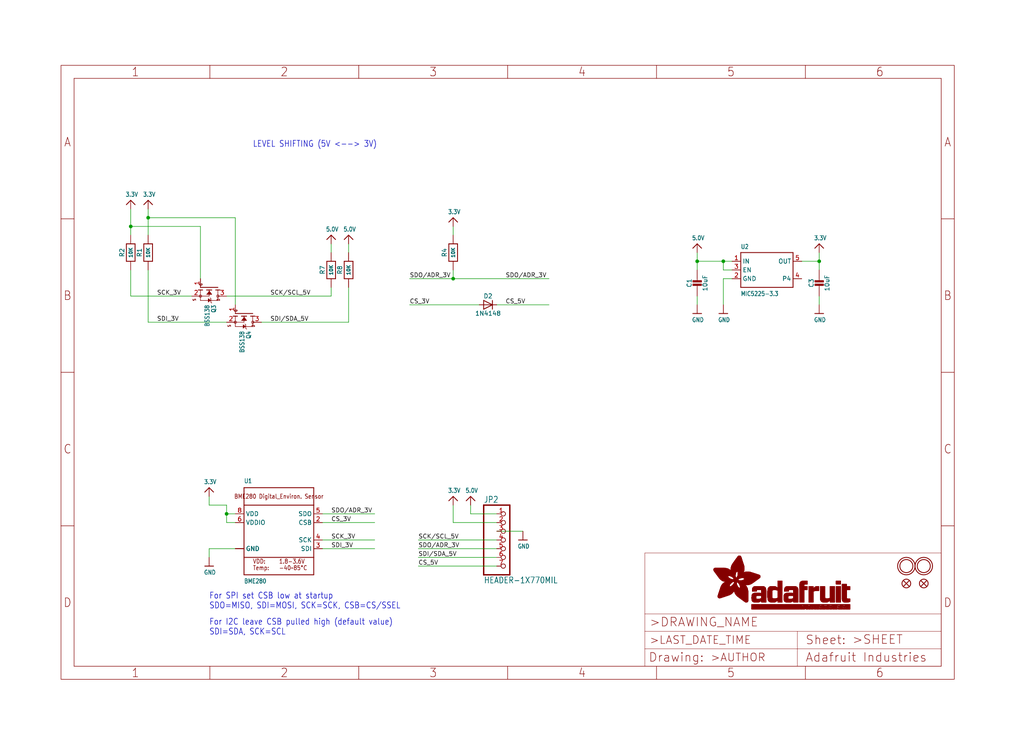
<source format=kicad_sch>
(kicad_sch (version 20211123) (generator eeschema)
  (paper "User" 298.45 217.881)
  (lib_symbols
    (symbol "eagleSchem-eagle-import:3.3V" (power)
      (property "Value" "3.3V" (at -1.524 1.016 0))
      (symbol "3.3V_1_0"
        (pin power_in line (at 0 -2.54 90) (length 2.54) (name "3.3V") (number "1"))
      )
    )
    (symbol "eagleSchem-eagle-import:5.0V" (power)
      (property "Value" "5.0V" (at -1.524 1.016 0))
      (symbol "5.0V_1_0"
        (pin power_in line (at 0 -2.54 90) (length 2.54) (name "5.0V") (number "1"))
      )
    )
    (symbol "eagleSchem-eagle-import:BME280"
      (property "Reference" "U" (at -10.16 13.97 0))
      (property "Value" "BME280" (at -10.16 -15.24 0))
      (symbol "BME280_1_0"
        (text "-40~85°C" (at 0 -11.43 0) (effects (font (size 1.27 1.0795)) (justify left bottom)))
        (text "1.8-3.6V" (at 0 -9.525 0) (effects (font (size 1.27 1.0795)) (justify left bottom)))
        (text "BME280 Digital_Environ. Sensor" (at 0 10.16 0) (effects (font (size 1.27 1.0795))))
        (text "Temp:" (at -7.62 -11.43 0) (effects (font (size 1.27 1.0795)) (justify left bottom)))
        (text "VDD:" (at -7.62 -9.525 0) (effects (font (size 1.27 1.0795)) (justify left bottom)))
        (pin power_in line (at -12.7 -5.08 0) (length 2.54) (name "GND") (number "1"))
        (pin input line (at 12.7 2.54 180) (length 2.54) (name "CSB") (number "2"))
        (pin input line (at 12.7 -5.08 180) (length 2.54) (name "SDI") (number "3"))
        (pin input line (at 12.7 -2.54 180) (length 2.54) (name "SCK") (number "4"))
        (pin output line (at 12.7 5.08 180) (length 2.54) (name "SDO") (number "5"))
        (pin power_in line (at -12.7 2.54 0) (length 2.54) (name "VDDIO") (number "6"))
        (pin power_in line (at -12.7 -5.08 0) (length 2.54) (name "GND") (number "7"))
        (pin power_in line (at -12.7 5.08 0) (length 2.54) (name "VDD") (number "8"))
      )
    )
    (symbol "eagleSchem-eagle-import:CAP_CERAMIC0805-NOOUTLINE"
      (property "Reference" "C" (at -2.29 1.25 90))
      (property "Value" "CAP_CERAMIC0805-NOOUTLINE" (at 2.3 1.25 90))
      (symbol "CAP_CERAMIC0805-NOOUTLINE_1_0"
        (pin passive line (at 0 5.08 270) (length 2.54) (name "1") (number "1"))
        (pin passive line (at 0 -2.54 90) (length 2.54) (name "2") (number "2"))
      )
    )
    (symbol "eagleSchem-eagle-import:DIODESOD-323"
      (property "Reference" "D" (at 0 2.54 0))
      (property "Value" "DIODESOD-323" (at 0 -2.5 0))
      (symbol "DIODESOD-323_1_0"
        (pin passive line (at -2.54 0 0) (length 2.54) (name "A") (number "A"))
        (pin passive line (at 2.54 0 180) (length 2.54) (name "C") (number "C"))
      )
    )
    (symbol "eagleSchem-eagle-import:FIDUCIAL{dblquote}{dblquote}")
    (symbol "eagleSchem-eagle-import:FRAME_A4_ADAFRUIT"
      (symbol "FRAME_A4_ADAFRUIT_1_0"
        (text "1" (at 21.6958 1.905 0) (effects (font (size 2.54 2.286))))
        (text "1" (at 21.6958 177.165 0) (effects (font (size 2.54 2.286))))
        (text "2" (at 65.0875 1.905 0) (effects (font (size 2.54 2.286))))
        (text "2" (at 65.0875 177.165 0) (effects (font (size 2.54 2.286))))
        (text "3" (at 108.4792 1.905 0) (effects (font (size 2.54 2.286))))
        (text "3" (at 108.4792 177.165 0) (effects (font (size 2.54 2.286))))
        (text "4" (at 151.8708 1.905 0) (effects (font (size 2.54 2.286))))
        (text "4" (at 151.8708 177.165 0) (effects (font (size 2.54 2.286))))
        (text "5" (at 195.2625 1.905 0) (effects (font (size 2.54 2.286))))
        (text "5" (at 195.2625 177.165 0) (effects (font (size 2.54 2.286))))
        (text "6" (at 238.6542 1.905 0) (effects (font (size 2.54 2.286))))
        (text "6" (at 238.6542 177.165 0) (effects (font (size 2.54 2.286))))
        (text ">AUTHOR" (at 189.23 5.08 0) (effects (font (size 2.286 2.286)) (justify left bottom)))
        (text ">DRAWING_NAME" (at 171.45 15.24 0) (effects (font (size 2.54 2.54)) (justify left bottom)))
        (text ">LAST_DATE_TIME" (at 171.45 10.16 0) (effects (font (size 2.286 2.286)) (justify left bottom)))
        (text ">SHEET" (at 230.505 10.16 0) (effects (font (size 2.54 2.54)) (justify left bottom)))
        (text "A" (at 1.905 156.6863 0) (effects (font (size 2.54 2.286))))
        (text "A" (at 258.445 156.6863 0) (effects (font (size 2.54 2.286))))
        (text "Adafruit Industries" (at 216.916 4.953 0) (effects (font (size 2.54 2.54)) (justify left bottom)))
        (text "B" (at 1.905 111.9188 0) (effects (font (size 2.54 2.286))))
        (text "B" (at 258.445 111.9188 0) (effects (font (size 2.54 2.286))))
        (text "C" (at 1.905 67.1513 0) (effects (font (size 2.54 2.286))))
        (text "C" (at 258.445 67.1513 0) (effects (font (size 2.54 2.286))))
        (text "D" (at 1.905 22.3838 0) (effects (font (size 2.54 2.286))))
        (text "D" (at 258.445 22.3838 0) (effects (font (size 2.54 2.286))))
        (text "Drawing:" (at 171.196 4.953 0) (effects (font (size 2.54 2.54)) (justify left bottom)))
        (text "Sheet:" (at 216.916 10.033 0) (effects (font (size 2.54 2.54)) (justify left bottom)))
      )
    )
    (symbol "eagleSchem-eagle-import:GND" (power)
      (property "Value" "GND" (at -1.524 -2.54 0))
      (symbol "GND_1_0"
        (pin power_in line (at 0 2.54 270) (length 2.54) (name "GND") (number "1"))
      )
    )
    (symbol "eagleSchem-eagle-import:HEADER-1X770MIL"
      (property "Reference" "JP" (at -6.35 10.795 0))
      (property "Value" "HEADER-1X770MIL" (at -6.35 -12.7 0))
      (symbol "HEADER-1X770MIL_1_0"
        (pin passive inverted (at -2.54 7.62 0) (length 2.54) (name "1") (number "1"))
        (pin passive inverted (at -2.54 5.08 0) (length 2.54) (name "2") (number "2"))
        (pin passive inverted (at -2.54 2.54 0) (length 2.54) (name "3") (number "3"))
        (pin passive inverted (at -2.54 0 0) (length 2.54) (name "4") (number "4"))
        (pin passive inverted (at -2.54 -2.54 0) (length 2.54) (name "5") (number "5"))
        (pin passive inverted (at -2.54 -5.08 0) (length 2.54) (name "6") (number "6"))
        (pin passive inverted (at -2.54 -7.62 0) (length 2.54) (name "7") (number "7"))
      )
    )
    (symbol "eagleSchem-eagle-import:MOSFET-NWIDE"
      (property "Reference" "Q" (at 5.08 0.635 0))
      (property "Value" "MOSFET-NWIDE" (at 5.08 -1.27 0))
      (symbol "MOSFET-NWIDE_1_0"
        (text "D" (at 3.175 3.175 0) (effects (font (size 0.8128 0.6908)) (justify left bottom)))
        (text "G" (at -1.27 -1.905 0) (effects (font (size 0.8128 0.6908)) (justify left bottom)))
        (text "S" (at 3.175 -3.81 0) (effects (font (size 0.8128 0.6908)) (justify left bottom)))
        (pin bidirectional line (at -2.54 -2.54 0) (length 2.54) (name "G") (number "1"))
        (pin bidirectional line (at 2.54 -5.08 90) (length 2.54) (name "S") (number "2"))
        (pin bidirectional line (at 2.54 5.08 270) (length 2.54) (name "D") (number "3"))
      )
    )
    (symbol "eagleSchem-eagle-import:MOUNTINGHOLE2.0")
    (symbol "eagleSchem-eagle-import:RESISTOR0805_NOOUTLINE"
      (property "Reference" "R" (at 0 2.54 0))
      (property "Value" "RESISTOR0805_NOOUTLINE" (at 0 0 0))
      (symbol "RESISTOR0805_NOOUTLINE_1_0"
        (pin passive line (at -5.08 0 0) (length 2.54) (name "1") (number "1"))
        (pin passive line (at 5.08 0 180) (length 2.54) (name "2") (number "2"))
      )
    )
    (symbol "eagleSchem-eagle-import:RESISTOR_0805MP"
      (property "Reference" "R" (at 0 2.54 0))
      (property "Value" "RESISTOR_0805MP" (at 0 0 0))
      (symbol "RESISTOR_0805MP_1_0"
        (pin passive line (at -5.08 0 0) (length 2.54) (name "1") (number "1"))
        (pin passive line (at 5.08 0 180) (length 2.54) (name "2") (number "2"))
      )
    )
    (symbol "eagleSchem-eagle-import:VREG_SOT23-5"
      (property "Reference" "U" (at -7.62 6.096 0))
      (property "Value" "VREG_SOT23-5" (at -7.62 -7.62 0))
      (symbol "VREG_SOT23-5_1_0"
        (pin power_in line (at -10.16 2.54 0) (length 2.54) (name "IN") (number "1"))
        (pin power_in line (at -10.16 -2.54 0) (length 2.54) (name "GND") (number "2"))
        (pin input line (at -10.16 0 0) (length 2.54) (name "EN") (number "3"))
        (pin bidirectional line (at 10.16 -2.54 180) (length 2.54) (name "P4") (number "4"))
        (pin power_in line (at 10.16 2.54 180) (length 2.54) (name "OUT") (number "5"))
      )
    )
  )
  (junction (at 43.18 63.5))
  (junction (at 238.76 76.2))
  (junction (at 132.08 81.28))
  (junction (at 38.1 66.04))
  (junction (at 203.2 76.2))
  (junction (at 210.82 76.2))
  (junction (at 66.04 149.86))
  (wire (pts (xy 238.76 86.36) (xy 238.76 88.9)))
  (wire (pts (xy 43.18 63.5) (xy 43.18 60.96)))
  (wire (pts (xy 213.36 76.2) (xy 210.82 76.2)))
  (wire (pts (xy 93.98 149.86) (xy 109.22 149.86)))
  (wire (pts (xy 144.78 162.56) (xy 121.92 162.56)))
  (wire (pts (xy 210.82 76.2) (xy 203.2 76.2)))
  (wire (pts (xy 96.52 73.66) (xy 96.52 71.12)))
  (wire (pts (xy 213.36 81.28) (xy 210.82 81.28)))
  (wire (pts (xy 238.76 76.2) (xy 238.76 73.66)))
  (wire (pts (xy 43.18 93.98) (xy 43.18 78.74)))
  (wire (pts (xy 58.42 81.28) (xy 58.42 66.04)))
  (wire (pts (xy 109.22 157.48) (xy 93.98 157.48)))
  (wire (pts (xy 66.04 149.86) (xy 66.04 152.4)))
  (wire (pts (xy 233.68 76.2) (xy 238.76 76.2)))
  (wire (pts (xy 144.78 154.94) (xy 152.4 154.94)))
  (wire (pts (xy 203.2 76.2) (xy 203.2 78.74)))
  (wire (pts (xy 132.08 66.04) (xy 132.08 68.58)))
  (wire (pts (xy 68.58 149.86) (xy 66.04 149.86)))
  (wire (pts (xy 60.96 147.32) (xy 66.04 147.32)))
  (wire (pts (xy 203.2 76.2) (xy 203.2 73.66)))
  (wire (pts (xy 66.04 93.98) (xy 43.18 93.98)))
  (wire (pts (xy 93.98 152.4) (xy 109.22 152.4)))
  (wire (pts (xy 101.6 73.66) (xy 101.6 71.12)))
  (wire (pts (xy 43.18 68.58) (xy 43.18 63.5)))
  (wire (pts (xy 76.2 93.98) (xy 101.6 93.98)))
  (wire (pts (xy 38.1 86.36) (xy 38.1 78.74)))
  (wire (pts (xy 66.04 152.4) (xy 68.58 152.4)))
  (wire (pts (xy 60.96 144.78) (xy 60.96 147.32)))
  (wire (pts (xy 144.78 152.4) (xy 132.08 152.4)))
  (wire (pts (xy 132.08 152.4) (xy 132.08 147.32)))
  (wire (pts (xy 144.78 149.86) (xy 137.16 149.86)))
  (wire (pts (xy 203.2 86.36) (xy 203.2 88.9)))
  (wire (pts (xy 38.1 66.04) (xy 38.1 60.96)))
  (wire (pts (xy 66.04 147.32) (xy 66.04 149.86)))
  (wire (pts (xy 132.08 81.28) (xy 160.02 81.28)))
  (wire (pts (xy 144.78 160.02) (xy 121.92 160.02)))
  (wire (pts (xy 144.78 88.9) (xy 160.02 88.9)))
  (wire (pts (xy 60.96 160.02) (xy 60.96 162.56)))
  (wire (pts (xy 68.58 88.9) (xy 68.58 63.5)))
  (wire (pts (xy 137.16 149.86) (xy 137.16 147.32)))
  (wire (pts (xy 213.36 78.74) (xy 210.82 78.74)))
  (wire (pts (xy 60.96 160.02) (xy 68.58 160.02)))
  (wire (pts (xy 68.58 63.5) (xy 43.18 63.5)))
  (wire (pts (xy 144.78 165.1) (xy 121.92 165.1)))
  (wire (pts (xy 210.82 78.74) (xy 210.82 76.2)))
  (wire (pts (xy 66.04 86.36) (xy 96.52 86.36)))
  (wire (pts (xy 96.52 86.36) (xy 96.52 83.82)))
  (wire (pts (xy 132.08 78.74) (xy 132.08 81.28)))
  (wire (pts (xy 38.1 66.04) (xy 38.1 68.58)))
  (wire (pts (xy 58.42 66.04) (xy 38.1 66.04)))
  (wire (pts (xy 144.78 157.48) (xy 121.92 157.48)))
  (wire (pts (xy 101.6 93.98) (xy 101.6 83.82)))
  (wire (pts (xy 55.88 86.36) (xy 38.1 86.36)))
  (wire (pts (xy 132.08 81.28) (xy 119.38 81.28)))
  (wire (pts (xy 93.98 160.02) (xy 109.22 160.02)))
  (wire (pts (xy 238.76 76.2) (xy 238.76 78.74)))
  (wire (pts (xy 210.82 81.28) (xy 210.82 88.9)))
  (wire (pts (xy 139.7 88.9) (xy 119.38 88.9)))
  (text "For I2C leave CSB pulled high (default value)\nSDI=SDA, SCK=SCL" (at 60.96 185.42 180) (effects (font (size 1.778 1.5113)) (justify left bottom)))
  (text "LEVEL SHIFTING (5V <--> 3V)" (at 73.66 43.18 180) (effects (font (size 1.778 1.5113)) (justify left bottom)))
  (text "For SPI set CSB low at startup\nSDO=MISO, SDI=MOSI, SCK=SCK, CSB=CS/SSEL" (at 60.96 177.8 180) (effects (font (size 1.778 1.5113)) (justify left bottom)))
  (label "SDO/ADR_3V" (at 119.38 81.28 0) (effects (font (size 1.2446 1.2446))))
  (label "SDI_3V" (at 96.52 160.02 0) (effects (font (size 1.2446 1.2446))))
  (label "CS_3V" (at 119.38 88.9 0) (effects (font (size 1.2446 1.2446))))
  (label "CS_3V" (at 96.52 152.4 0) (effects (font (size 1.2446 1.2446))))
  (label "SDO/ADR_3V" (at 121.92 160.02 0) (effects (font (size 1.2446 1.2446))))
  (label "SCK_3V" (at 45.72 86.36 0) (effects (font (size 1.2446 1.2446))))
  (label "CS_5V" (at 147.32 88.9 0) (effects (font (size 1.2446 1.2446))))
  (label "SDI/SDA_5V" (at 121.92 162.56 0) (effects (font (size 1.2446 1.2446))))
  (label "SCK_3V" (at 96.52 157.48 0) (effects (font (size 1.2446 1.2446))))
  (label "SDI_3V" (at 45.72 93.98 0) (effects (font (size 1.2446 1.2446))))
  (label "SDI/SDA_5V" (at 78.74 93.98 0) (effects (font (size 1.2446 1.2446))))
  (label "SCK/SCL_5V" (at 121.92 157.48 0) (effects (font (size 1.2446 1.2446))))
  (label "CS_5V" (at 121.92 165.1 0) (effects (font (size 1.2446 1.2446))))
  (label "SDO/ADR_3V" (at 147.32 81.28 0) (effects (font (size 1.2446 1.2446))))
  (label "SCK/SCL_5V" (at 78.74 86.36 0) (effects (font (size 1.2446 1.2446))))
  (label "SDO/ADR_3V" (at 96.52 149.86 0) (effects (font (size 1.2446 1.2446))))
  (symbol (lib_id "eagleSchem-eagle-import:GND") (at 203.2 91.44 0) (unit 1)
    (property "Reference" "#U$13" (effects hide))
    (property "Value" "GND" (at 201.676 93.98 0) (effects (font (size 1.27 1.0795)) (justify left bottom)))
    (property "Footprint" "eagleSchem:" (effects hide))
  )
  (symbol (lib_id "eagleSchem-eagle-import:DIODESOD-323") (at 142.24 88.9 0) (unit 1)
    (property "Reference" "D2" (at 142.24 86.36 0))
    (property "Value" "1N4148" (at 142.24 91.4 0))
    (property "Footprint" "eagleSchem:SOD-323" (effects hide))
  )
  (symbol (lib_id "eagleSchem-eagle-import:MOSFET-NWIDE") (at 71.12 91.44 270) (unit 1)
    (property "Reference" "Q4" (at 71.755 96.52 0) (effects (font (size 1.27 1.0795)) (justify left bottom)))
    (property "Value" "BSS138" (at 69.85 96.52 0) (effects (font (size 1.27 1.0795)) (justify left bottom)))
    (property "Footprint" "eagleSchem:SOT23-WIDE" (effects hide))
  )
  (symbol (lib_id "eagleSchem-eagle-import:RESISTOR0805_NOOUTLINE") (at 96.52 78.74 90) (unit 1)
    (property "Reference" "R7" (at 93.98 78.74 0))
    (property "Value" "10K" (at 96.52 78.74 0) (effects (font (size 1.016 1.016) bold)))
    (property "Footprint" "eagleSchem:0805-NO" (effects hide))
  )
  (symbol (lib_id "eagleSchem-eagle-import:VREG_SOT23-5") (at 223.52 78.74 0) (unit 1)
    (property "Reference" "U2" (at 215.9 72.644 0) (effects (font (size 1.27 1.0795)) (justify left bottom)))
    (property "Value" "MIC5225-3.3" (at 215.9 86.36 0) (effects (font (size 1.27 1.0795)) (justify left bottom)))
    (property "Footprint" "eagleSchem:SOT23-5" (effects hide))
  )
  (symbol (lib_id "eagleSchem-eagle-import:HEADER-1X770MIL") (at 147.32 157.48 0) (unit 1)
    (property "Reference" "JP2" (at 140.97 146.685 0) (effects (font (size 1.778 1.5113)) (justify left bottom)))
    (property "Value" "HEADER-1X770MIL" (at 140.97 170.18 0) (effects (font (size 1.778 1.5113)) (justify left bottom)))
    (property "Footprint" "eagleSchem:1X07_ROUND_70" (effects hide))
  )
  (symbol (lib_id "eagleSchem-eagle-import:5.0V") (at 101.6 68.58 0) (unit 1)
    (property "Reference" "#U$18" (effects hide))
    (property "Value" "5.0V" (at 100.076 67.564 0) (effects (font (size 1.27 1.0795)) (justify left bottom)))
    (property "Footprint" "eagleSchem:" (effects hide))
  )
  (symbol (lib_id "eagleSchem-eagle-import:3.3V") (at 38.1 58.42 0) (unit 1)
    (property "Reference" "#U$23" (effects hide))
    (property "Value" "3.3V" (at 36.576 57.404 0) (effects (font (size 1.27 1.0795)) (justify left bottom)))
    (property "Footprint" "eagleSchem:" (effects hide))
  )
  (symbol (lib_id "eagleSchem-eagle-import:RESISTOR0805_NOOUTLINE") (at 43.18 73.66 90) (unit 1)
    (property "Reference" "R1" (at 40.64 73.66 0))
    (property "Value" "10K" (at 43.18 73.66 0) (effects (font (size 1.016 1.016) bold)))
    (property "Footprint" "eagleSchem:0805-NO" (effects hide))
  )
  (symbol (lib_id "eagleSchem-eagle-import:RESISTOR0805_NOOUTLINE") (at 38.1 73.66 90) (unit 1)
    (property "Reference" "R2" (at 35.56 73.66 0))
    (property "Value" "10K" (at 38.1 73.66 0) (effects (font (size 1.016 1.016) bold)))
    (property "Footprint" "eagleSchem:0805-NO" (effects hide))
  )
  (symbol (lib_id "eagleSchem-eagle-import:RESISTOR_0805MP") (at 132.08 73.66 90) (unit 1)
    (property "Reference" "R4" (at 129.54 73.66 0))
    (property "Value" "10K" (at 132.08 73.66 0) (effects (font (size 1.016 1.016) bold)))
    (property "Footprint" "eagleSchem:_0805MP" (effects hide))
  )
  (symbol (lib_id "eagleSchem-eagle-import:CAP_CERAMIC0805-NOOUTLINE") (at 203.2 83.82 0) (unit 1)
    (property "Reference" "C1" (at 200.91 82.57 90))
    (property "Value" "10uF" (at 205.5 82.57 90))
    (property "Footprint" "eagleSchem:0805-NO" (effects hide))
  )
  (symbol (lib_id "eagleSchem-eagle-import:5.0V") (at 96.52 68.58 0) (unit 1)
    (property "Reference" "#U$19" (effects hide))
    (property "Value" "5.0V" (at 94.996 67.564 0) (effects (font (size 1.27 1.0795)) (justify left bottom)))
    (property "Footprint" "eagleSchem:" (effects hide))
  )
  (symbol (lib_id "eagleSchem-eagle-import:MOUNTINGHOLE2.0") (at 269.24 165.1 0) (unit 1)
    (property "Reference" "U$7" (effects hide))
    (property "Value" "MOUNTINGHOLE2.0" (effects hide))
    (property "Footprint" "eagleSchem:MOUNTINGHOLE_2.0_PLATED" (effects hide))
  )
  (symbol (lib_id "eagleSchem-eagle-import:GND") (at 60.96 165.1 0) (unit 1)
    (property "Reference" "#U$3" (effects hide))
    (property "Value" "GND" (at 59.436 167.64 0) (effects (font (size 1.27 1.0795)) (justify left bottom)))
    (property "Footprint" "eagleSchem:" (effects hide))
  )
  (symbol (lib_id "eagleSchem-eagle-import:GND") (at 238.76 91.44 0) (unit 1)
    (property "Reference" "#U$16" (effects hide))
    (property "Value" "GND" (at 237.236 93.98 0) (effects (font (size 1.27 1.0795)) (justify left bottom)))
    (property "Footprint" "eagleSchem:" (effects hide))
  )
  (symbol (lib_id "eagleSchem-eagle-import:5.0V") (at 137.16 144.78 0) (unit 1)
    (property "Reference" "#U$9" (effects hide))
    (property "Value" "5.0V" (at 135.636 143.764 0) (effects (font (size 1.27 1.0795)) (justify left bottom)))
    (property "Footprint" "eagleSchem:" (effects hide))
  )
  (symbol (lib_id "eagleSchem-eagle-import:MOSFET-NWIDE") (at 60.96 83.82 270) (unit 1)
    (property "Reference" "Q3" (at 61.595 88.9 0) (effects (font (size 1.27 1.0795)) (justify left bottom)))
    (property "Value" "BSS138" (at 59.69 88.9 0) (effects (font (size 1.27 1.0795)) (justify left bottom)))
    (property "Footprint" "eagleSchem:SOT23-WIDE" (effects hide))
  )
  (symbol (lib_id "eagleSchem-eagle-import:3.3V") (at 238.76 71.12 0) (unit 1)
    (property "Reference" "#U$17" (effects hide))
    (property "Value" "3.3V" (at 237.236 70.104 0) (effects (font (size 1.27 1.0795)) (justify left bottom)))
    (property "Footprint" "eagleSchem:" (effects hide))
  )
  (symbol (lib_id "eagleSchem-eagle-import:FIDUCIAL{dblquote}{dblquote}") (at 269.24 170.18 0) (unit 1)
    (property "Reference" "U$15" (effects hide))
    (property "Value" "FIDUCIAL{dblquote}{dblquote}" (effects hide))
    (property "Footprint" "eagleSchem:FIDUCIAL_1MM" (effects hide))
  )
  (symbol (lib_id "eagleSchem-eagle-import:GND") (at 210.82 91.44 0) (unit 1)
    (property "Reference" "#U$14" (effects hide))
    (property "Value" "GND" (at 209.296 93.98 0) (effects (font (size 1.27 1.0795)) (justify left bottom)))
    (property "Footprint" "eagleSchem:" (effects hide))
  )
  (symbol (lib_id "eagleSchem-eagle-import:3.3V") (at 132.08 144.78 0) (unit 1)
    (property "Reference" "#U$10" (effects hide))
    (property "Value" "3.3V" (at 130.556 143.764 0) (effects (font (size 1.27 1.0795)) (justify left bottom)))
    (property "Footprint" "eagleSchem:" (effects hide))
  )
  (symbol (lib_id "eagleSchem-eagle-import:FIDUCIAL{dblquote}{dblquote}") (at 264.16 170.18 0) (unit 1)
    (property "Reference" "U$5" (effects hide))
    (property "Value" "FIDUCIAL{dblquote}{dblquote}" (effects hide))
    (property "Footprint" "eagleSchem:FIDUCIAL_1MM" (effects hide))
  )
  (symbol (lib_id "eagleSchem-eagle-import:RESISTOR0805_NOOUTLINE") (at 101.6 78.74 90) (unit 1)
    (property "Reference" "R8" (at 99.06 78.74 0))
    (property "Value" "10K" (at 101.6 78.74 0) (effects (font (size 1.016 1.016) bold)))
    (property "Footprint" "eagleSchem:0805-NO" (effects hide))
  )
  (symbol (lib_id "eagleSchem-eagle-import:3.3V") (at 60.96 142.24 0) (unit 1)
    (property "Reference" "#U$12" (effects hide))
    (property "Value" "3.3V" (at 59.436 141.224 0) (effects (font (size 1.27 1.0795)) (justify left bottom)))
    (property "Footprint" "eagleSchem:" (effects hide))
  )
  (symbol (lib_id "eagleSchem-eagle-import:5.0V") (at 203.2 71.12 0) (unit 1)
    (property "Reference" "#U$11" (effects hide))
    (property "Value" "5.0V" (at 201.676 70.104 0) (effects (font (size 1.27 1.0795)) (justify left bottom)))
    (property "Footprint" "eagleSchem:" (effects hide))
  )
  (symbol (lib_id "eagleSchem-eagle-import:CAP_CERAMIC0805-NOOUTLINE") (at 238.76 83.82 0) (unit 1)
    (property "Reference" "C3" (at 236.47 82.57 90))
    (property "Value" "10uF" (at 241.06 82.57 90))
    (property "Footprint" "eagleSchem:0805-NO" (effects hide))
  )
  (symbol (lib_id "eagleSchem-eagle-import:MOUNTINGHOLE2.0") (at 264.16 165.1 0) (unit 1)
    (property "Reference" "U$8" (effects hide))
    (property "Value" "MOUNTINGHOLE2.0" (effects hide))
    (property "Footprint" "eagleSchem:MOUNTINGHOLE_2.0_PLATED" (effects hide))
  )
  (symbol (lib_id "eagleSchem-eagle-import:FRAME_A4_ADAFRUIT") (at 17.78 198.12 0) (unit 1)
    (property "Reference" "#U$1" (effects hide))
    (property "Value" "FRAME_A4_ADAFRUIT" (effects hide))
    (property "Footprint" "eagleSchem:" (effects hide))
  )
  (symbol (lib_id "eagleSchem-eagle-import:GND") (at 152.4 157.48 0) (unit 1)
    (property "Reference" "#U$4" (effects hide))
    (property "Value" "GND" (at 150.876 160.02 0) (effects (font (size 1.27 1.0795)) (justify left bottom)))
    (property "Footprint" "eagleSchem:" (effects hide))
  )
  (symbol (lib_id "eagleSchem-eagle-import:BME280") (at 81.28 154.94 0) (unit 1)
    (property "Reference" "U1" (at 71.12 140.97 0) (effects (font (size 1.27 1.0795)) (justify left bottom)))
    (property "Value" "BME280" (at 71.12 170.18 0) (effects (font (size 1.27 1.0795)) (justify left bottom)))
    (property "Footprint" "eagleSchem:BME280" (effects hide))
  )
  (symbol (lib_id "eagleSchem-eagle-import:3.3V") (at 43.18 58.42 0) (unit 1)
    (property "Reference" "#U$22" (effects hide))
    (property "Value" "3.3V" (at 41.656 57.404 0) (effects (font (size 1.27 1.0795)) (justify left bottom)))
    (property "Footprint" "eagleSchem:" (effects hide))
  )
  (symbol (lib_id "eagleSchem-eagle-import:3.3V") (at 132.08 63.5 0) (unit 1)
    (property "Reference" "#U$25" (effects hide))
    (property "Value" "3.3V" (at 130.556 62.484 0) (effects (font (size 1.27 1.0795)) (justify left bottom)))
    (property "Footprint" "eagleSchem:" (effects hide))
  )
)
</source>
